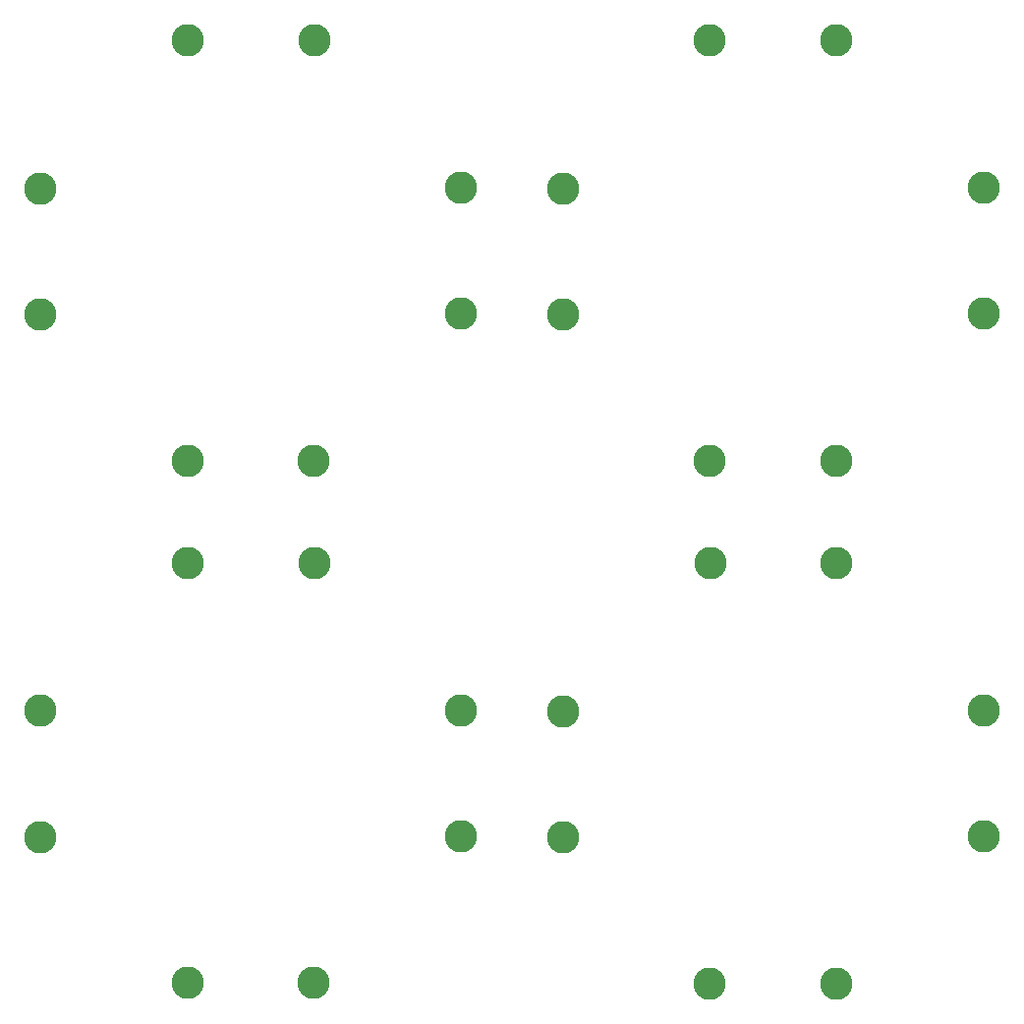
<source format=gbr>
%TF.GenerationSoftware,KiCad,Pcbnew,7.0.1*%
%TF.CreationDate,2023-09-10T14:18:25+09:00*%
%TF.ProjectId,block_socket,626c6f63-6b5f-4736-9f63-6b65742e6b69,rev?*%
%TF.SameCoordinates,Original*%
%TF.FileFunction,Paste,Top*%
%TF.FilePolarity,Positive*%
%FSLAX46Y46*%
G04 Gerber Fmt 4.6, Leading zero omitted, Abs format (unit mm)*
G04 Created by KiCad (PCBNEW 7.0.1) date 2023-09-10 14:18:25*
%MOMM*%
%LPD*%
G01*
G04 APERTURE LIST*
%ADD10C,2.800000*%
G04 APERTURE END LIST*
D10*
%TO.C,J406*%
X147860000Y-95450000D03*
%TD*%
%TO.C,J405*%
X79290000Y-82730000D03*
%TD*%
%TO.C,J409*%
X90180000Y-37710000D03*
%TD*%
%TO.C,J412*%
X66640000Y-95480000D03*
%TD*%
%TO.C,J408*%
X66630000Y-61310000D03*
%TD*%
%TO.C,J411*%
X124290000Y-73910000D03*
%TD*%
%TO.C,J406*%
X102830000Y-50410000D03*
%TD*%
%TO.C,J406*%
X147850000Y-50420000D03*
%TD*%
%TO.C,J411*%
X124300000Y-118940000D03*
%TD*%
%TO.C,J407*%
X90140000Y-118930000D03*
%TD*%
%TO.C,J405*%
X124310000Y-82750000D03*
%TD*%
%TO.C,J411*%
X79270000Y-73900000D03*
%TD*%
%TO.C,J408*%
X111660000Y-106350000D03*
%TD*%
%TO.C,J409*%
X135200000Y-37720000D03*
%TD*%
%TO.C,J407*%
X90130000Y-73910000D03*
%TD*%
%TO.C,J411*%
X79280000Y-118920000D03*
%TD*%
%TO.C,J410*%
X102830000Y-61260000D03*
%TD*%
%TO.C,J409*%
X135210000Y-82750000D03*
%TD*%
%TO.C,J409*%
X90190000Y-82730000D03*
%TD*%
%TO.C,J408*%
X66640000Y-106330000D03*
%TD*%
%TO.C,J410*%
X147850000Y-61270000D03*
%TD*%
%TO.C,J412*%
X111650000Y-50470000D03*
%TD*%
%TO.C,J412*%
X111660000Y-95500000D03*
%TD*%
%TO.C,J410*%
X147860000Y-106300000D03*
%TD*%
%TO.C,J408*%
X111650000Y-61320000D03*
%TD*%
%TO.C,J412*%
X66630000Y-50460000D03*
%TD*%
%TO.C,J406*%
X102840000Y-95430000D03*
%TD*%
%TO.C,J407*%
X135160000Y-118950000D03*
%TD*%
%TO.C,J405*%
X124300000Y-37720000D03*
%TD*%
%TO.C,J407*%
X135150000Y-73920000D03*
%TD*%
%TO.C,J410*%
X102840000Y-106280000D03*
%TD*%
%TO.C,J405*%
X79280000Y-37710000D03*
%TD*%
M02*

</source>
